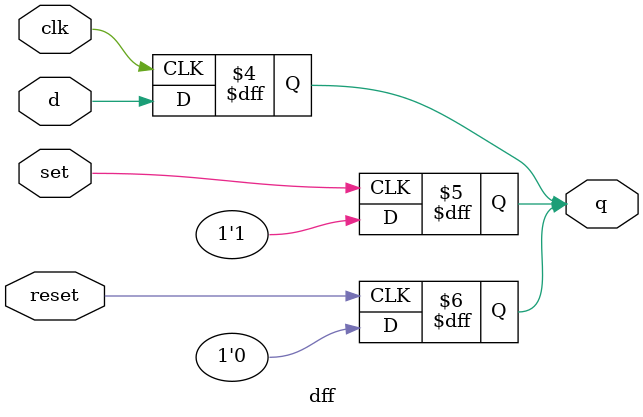
<source format=v>
module dff (clk, set, reset, d, q); 

 	input clk, set, reset, d; 
 	output q; 
 	reg q; 

 	//for asynchronous set, reset functions
 	always @(posedge reset) 
 		q = 1'b0; 
 	always @(posedge set) 
 		q = 1'b1; 

 	//q = d after 1 ns delay of time
	always @(posedge clk) 
 		q = #1 d; 

 endmodule 

</source>
